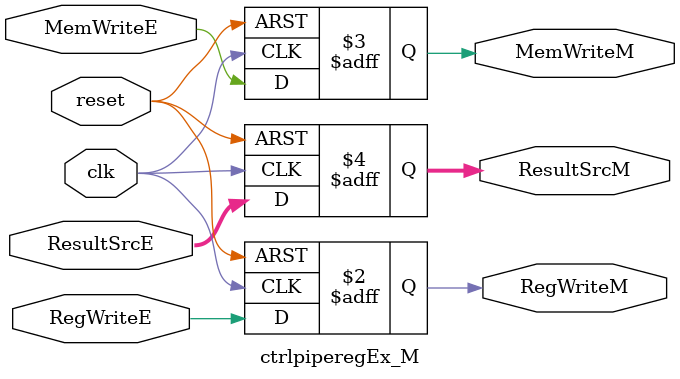
<source format=sv>
module ctrlpiperegEx_M(input  logic 	  clk, reset,
					   input  logic 	  RegWriteE, MemWriteE,
					   input  logic [1:0] ResultSrcE,
					   output logic 	  RegWriteM, MemWriteM,
					   output logic [1:0] ResultSrcM);
					   
	always_ff @ (posedge clk or posedge reset) begin
		if (reset) begin
			RegWriteM  <= 0;
			MemWriteM  <= 0;
			ResultSrcM <= 0;
		end
		else begin
			RegWriteM  <= RegWriteE;
			MemWriteM  <= MemWriteE;
			ResultSrcM <= ResultSrcE;
		end
	end
	
endmodule
</source>
